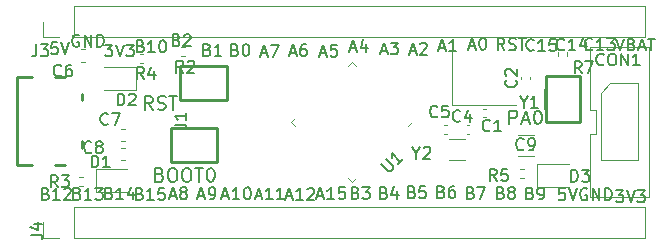
<source format=gbr>
G04 #@! TF.GenerationSoftware,KiCad,Pcbnew,(5.1.8-0-10_14)*
G04 #@! TF.CreationDate,2021-01-18T01:09:24+08:00*
G04 #@! TF.ProjectId,stm32f401_devboard,73746d33-3266-4343-9031-5f646576626f,rev?*
G04 #@! TF.SameCoordinates,Original*
G04 #@! TF.FileFunction,Legend,Top*
G04 #@! TF.FilePolarity,Positive*
%FSLAX46Y46*%
G04 Gerber Fmt 4.6, Leading zero omitted, Abs format (unit mm)*
G04 Created by KiCad (PCBNEW (5.1.8-0-10_14)) date 2021-01-18 01:09:24*
%MOMM*%
%LPD*%
G01*
G04 APERTURE LIST*
%ADD10C,0.150000*%
%ADD11C,0.120000*%
%ADD12C,0.254000*%
%ADD13C,0.152400*%
G04 APERTURE END LIST*
D10*
X149667142Y-53432380D02*
X150000476Y-54432380D01*
X150333809Y-53432380D01*
X151000476Y-53908571D02*
X151143333Y-53956190D01*
X151190952Y-54003809D01*
X151238571Y-54099047D01*
X151238571Y-54241904D01*
X151190952Y-54337142D01*
X151143333Y-54384761D01*
X151048095Y-54432380D01*
X150667142Y-54432380D01*
X150667142Y-53432380D01*
X151000476Y-53432380D01*
X151095714Y-53480000D01*
X151143333Y-53527619D01*
X151190952Y-53622857D01*
X151190952Y-53718095D01*
X151143333Y-53813333D01*
X151095714Y-53860952D01*
X151000476Y-53908571D01*
X150667142Y-53908571D01*
X151619523Y-54146666D02*
X152095714Y-54146666D01*
X151524285Y-54432380D02*
X151857619Y-53432380D01*
X152190952Y-54432380D01*
X152381428Y-53432380D02*
X152952857Y-53432380D01*
X152667142Y-54432380D02*
X152667142Y-53432380D01*
X147657142Y-54317142D02*
X147609523Y-54364761D01*
X147466666Y-54412380D01*
X147371428Y-54412380D01*
X147228571Y-54364761D01*
X147133333Y-54269523D01*
X147085714Y-54174285D01*
X147038095Y-53983809D01*
X147038095Y-53840952D01*
X147085714Y-53650476D01*
X147133333Y-53555238D01*
X147228571Y-53460000D01*
X147371428Y-53412380D01*
X147466666Y-53412380D01*
X147609523Y-53460000D01*
X147657142Y-53507619D01*
X148609523Y-54412380D02*
X148038095Y-54412380D01*
X148323809Y-54412380D02*
X148323809Y-53412380D01*
X148228571Y-53555238D01*
X148133333Y-53650476D01*
X148038095Y-53698095D01*
X148942857Y-53412380D02*
X149561904Y-53412380D01*
X149228571Y-53793333D01*
X149371428Y-53793333D01*
X149466666Y-53840952D01*
X149514285Y-53888571D01*
X149561904Y-53983809D01*
X149561904Y-54221904D01*
X149514285Y-54317142D01*
X149466666Y-54364761D01*
X149371428Y-54412380D01*
X149085714Y-54412380D01*
X148990476Y-54364761D01*
X148942857Y-54317142D01*
X145287142Y-54337142D02*
X145239523Y-54384761D01*
X145096666Y-54432380D01*
X145001428Y-54432380D01*
X144858571Y-54384761D01*
X144763333Y-54289523D01*
X144715714Y-54194285D01*
X144668095Y-54003809D01*
X144668095Y-53860952D01*
X144715714Y-53670476D01*
X144763333Y-53575238D01*
X144858571Y-53480000D01*
X145001428Y-53432380D01*
X145096666Y-53432380D01*
X145239523Y-53480000D01*
X145287142Y-53527619D01*
X146239523Y-54432380D02*
X145668095Y-54432380D01*
X145953809Y-54432380D02*
X145953809Y-53432380D01*
X145858571Y-53575238D01*
X145763333Y-53670476D01*
X145668095Y-53718095D01*
X147096666Y-53765714D02*
X147096666Y-54432380D01*
X146858571Y-53384761D02*
X146620476Y-54099047D01*
X147239523Y-54099047D01*
X142707142Y-54397142D02*
X142659523Y-54444761D01*
X142516666Y-54492380D01*
X142421428Y-54492380D01*
X142278571Y-54444761D01*
X142183333Y-54349523D01*
X142135714Y-54254285D01*
X142088095Y-54063809D01*
X142088095Y-53920952D01*
X142135714Y-53730476D01*
X142183333Y-53635238D01*
X142278571Y-53540000D01*
X142421428Y-53492380D01*
X142516666Y-53492380D01*
X142659523Y-53540000D01*
X142707142Y-53587619D01*
X143659523Y-54492380D02*
X143088095Y-54492380D01*
X143373809Y-54492380D02*
X143373809Y-53492380D01*
X143278571Y-53635238D01*
X143183333Y-53730476D01*
X143088095Y-53778095D01*
X144564285Y-53492380D02*
X144088095Y-53492380D01*
X144040476Y-53968571D01*
X144088095Y-53920952D01*
X144183333Y-53873333D01*
X144421428Y-53873333D01*
X144516666Y-53920952D01*
X144564285Y-53968571D01*
X144611904Y-54063809D01*
X144611904Y-54301904D01*
X144564285Y-54397142D01*
X144516666Y-54444761D01*
X144421428Y-54492380D01*
X144183333Y-54492380D01*
X144088095Y-54444761D01*
X144040476Y-54397142D01*
X140232380Y-54412380D02*
X139899047Y-53936190D01*
X139660952Y-54412380D02*
X139660952Y-53412380D01*
X140041904Y-53412380D01*
X140137142Y-53460000D01*
X140184761Y-53507619D01*
X140232380Y-53602857D01*
X140232380Y-53745714D01*
X140184761Y-53840952D01*
X140137142Y-53888571D01*
X140041904Y-53936190D01*
X139660952Y-53936190D01*
X140613333Y-54364761D02*
X140756190Y-54412380D01*
X140994285Y-54412380D01*
X141089523Y-54364761D01*
X141137142Y-54317142D01*
X141184761Y-54221904D01*
X141184761Y-54126666D01*
X141137142Y-54031428D01*
X141089523Y-53983809D01*
X140994285Y-53936190D01*
X140803809Y-53888571D01*
X140708571Y-53840952D01*
X140660952Y-53793333D01*
X140613333Y-53698095D01*
X140613333Y-53602857D01*
X140660952Y-53507619D01*
X140708571Y-53460000D01*
X140803809Y-53412380D01*
X141041904Y-53412380D01*
X141184761Y-53460000D01*
X141470476Y-53412380D02*
X142041904Y-53412380D01*
X141756190Y-54412380D02*
X141756190Y-53412380D01*
X137255714Y-54086666D02*
X137731904Y-54086666D01*
X137160476Y-54372380D02*
X137493809Y-53372380D01*
X137827142Y-54372380D01*
X138350952Y-53372380D02*
X138446190Y-53372380D01*
X138541428Y-53420000D01*
X138589047Y-53467619D01*
X138636666Y-53562857D01*
X138684285Y-53753333D01*
X138684285Y-53991428D01*
X138636666Y-54181904D01*
X138589047Y-54277142D01*
X138541428Y-54324761D01*
X138446190Y-54372380D01*
X138350952Y-54372380D01*
X138255714Y-54324761D01*
X138208095Y-54277142D01*
X138160476Y-54181904D01*
X138112857Y-53991428D01*
X138112857Y-53753333D01*
X138160476Y-53562857D01*
X138208095Y-53467619D01*
X138255714Y-53420000D01*
X138350952Y-53372380D01*
X134715714Y-54226666D02*
X135191904Y-54226666D01*
X134620476Y-54512380D02*
X134953809Y-53512380D01*
X135287142Y-54512380D01*
X136144285Y-54512380D02*
X135572857Y-54512380D01*
X135858571Y-54512380D02*
X135858571Y-53512380D01*
X135763333Y-53655238D01*
X135668095Y-53750476D01*
X135572857Y-53798095D01*
X132245714Y-54516666D02*
X132721904Y-54516666D01*
X132150476Y-54802380D02*
X132483809Y-53802380D01*
X132817142Y-54802380D01*
X133102857Y-53897619D02*
X133150476Y-53850000D01*
X133245714Y-53802380D01*
X133483809Y-53802380D01*
X133579047Y-53850000D01*
X133626666Y-53897619D01*
X133674285Y-53992857D01*
X133674285Y-54088095D01*
X133626666Y-54230952D01*
X133055238Y-54802380D01*
X133674285Y-54802380D01*
X129785714Y-54486666D02*
X130261904Y-54486666D01*
X129690476Y-54772380D02*
X130023809Y-53772380D01*
X130357142Y-54772380D01*
X130595238Y-53772380D02*
X131214285Y-53772380D01*
X130880952Y-54153333D01*
X131023809Y-54153333D01*
X131119047Y-54200952D01*
X131166666Y-54248571D01*
X131214285Y-54343809D01*
X131214285Y-54581904D01*
X131166666Y-54677142D01*
X131119047Y-54724761D01*
X131023809Y-54772380D01*
X130738095Y-54772380D01*
X130642857Y-54724761D01*
X130595238Y-54677142D01*
X127195714Y-54256666D02*
X127671904Y-54256666D01*
X127100476Y-54542380D02*
X127433809Y-53542380D01*
X127767142Y-54542380D01*
X128529047Y-53875714D02*
X128529047Y-54542380D01*
X128290952Y-53494761D02*
X128052857Y-54209047D01*
X128671904Y-54209047D01*
X124645714Y-54676666D02*
X125121904Y-54676666D01*
X124550476Y-54962380D02*
X124883809Y-53962380D01*
X125217142Y-54962380D01*
X126026666Y-53962380D02*
X125550476Y-53962380D01*
X125502857Y-54438571D01*
X125550476Y-54390952D01*
X125645714Y-54343333D01*
X125883809Y-54343333D01*
X125979047Y-54390952D01*
X126026666Y-54438571D01*
X126074285Y-54533809D01*
X126074285Y-54771904D01*
X126026666Y-54867142D01*
X125979047Y-54914761D01*
X125883809Y-54962380D01*
X125645714Y-54962380D01*
X125550476Y-54914761D01*
X125502857Y-54867142D01*
X122065714Y-54626666D02*
X122541904Y-54626666D01*
X121970476Y-54912380D02*
X122303809Y-53912380D01*
X122637142Y-54912380D01*
X123399047Y-53912380D02*
X123208571Y-53912380D01*
X123113333Y-53960000D01*
X123065714Y-54007619D01*
X122970476Y-54150476D01*
X122922857Y-54340952D01*
X122922857Y-54721904D01*
X122970476Y-54817142D01*
X123018095Y-54864761D01*
X123113333Y-54912380D01*
X123303809Y-54912380D01*
X123399047Y-54864761D01*
X123446666Y-54817142D01*
X123494285Y-54721904D01*
X123494285Y-54483809D01*
X123446666Y-54388571D01*
X123399047Y-54340952D01*
X123303809Y-54293333D01*
X123113333Y-54293333D01*
X123018095Y-54340952D01*
X122970476Y-54388571D01*
X122922857Y-54483809D01*
X119625714Y-54676666D02*
X120101904Y-54676666D01*
X119530476Y-54962380D02*
X119863809Y-53962380D01*
X120197142Y-54962380D01*
X120435238Y-53962380D02*
X121101904Y-53962380D01*
X120673333Y-54962380D01*
X117435238Y-54388571D02*
X117578095Y-54436190D01*
X117625714Y-54483809D01*
X117673333Y-54579047D01*
X117673333Y-54721904D01*
X117625714Y-54817142D01*
X117578095Y-54864761D01*
X117482857Y-54912380D01*
X117101904Y-54912380D01*
X117101904Y-53912380D01*
X117435238Y-53912380D01*
X117530476Y-53960000D01*
X117578095Y-54007619D01*
X117625714Y-54102857D01*
X117625714Y-54198095D01*
X117578095Y-54293333D01*
X117530476Y-54340952D01*
X117435238Y-54388571D01*
X117101904Y-54388571D01*
X118292380Y-53912380D02*
X118387619Y-53912380D01*
X118482857Y-53960000D01*
X118530476Y-54007619D01*
X118578095Y-54102857D01*
X118625714Y-54293333D01*
X118625714Y-54531428D01*
X118578095Y-54721904D01*
X118530476Y-54817142D01*
X118482857Y-54864761D01*
X118387619Y-54912380D01*
X118292380Y-54912380D01*
X118197142Y-54864761D01*
X118149523Y-54817142D01*
X118101904Y-54721904D01*
X118054285Y-54531428D01*
X118054285Y-54293333D01*
X118101904Y-54102857D01*
X118149523Y-54007619D01*
X118197142Y-53960000D01*
X118292380Y-53912380D01*
X115075238Y-54368571D02*
X115218095Y-54416190D01*
X115265714Y-54463809D01*
X115313333Y-54559047D01*
X115313333Y-54701904D01*
X115265714Y-54797142D01*
X115218095Y-54844761D01*
X115122857Y-54892380D01*
X114741904Y-54892380D01*
X114741904Y-53892380D01*
X115075238Y-53892380D01*
X115170476Y-53940000D01*
X115218095Y-53987619D01*
X115265714Y-54082857D01*
X115265714Y-54178095D01*
X115218095Y-54273333D01*
X115170476Y-54320952D01*
X115075238Y-54368571D01*
X114741904Y-54368571D01*
X116265714Y-54892380D02*
X115694285Y-54892380D01*
X115980000Y-54892380D02*
X115980000Y-53892380D01*
X115884761Y-54035238D01*
X115789523Y-54130476D01*
X115694285Y-54178095D01*
X112475238Y-53558571D02*
X112618095Y-53606190D01*
X112665714Y-53653809D01*
X112713333Y-53749047D01*
X112713333Y-53891904D01*
X112665714Y-53987142D01*
X112618095Y-54034761D01*
X112522857Y-54082380D01*
X112141904Y-54082380D01*
X112141904Y-53082380D01*
X112475238Y-53082380D01*
X112570476Y-53130000D01*
X112618095Y-53177619D01*
X112665714Y-53272857D01*
X112665714Y-53368095D01*
X112618095Y-53463333D01*
X112570476Y-53510952D01*
X112475238Y-53558571D01*
X112141904Y-53558571D01*
X113094285Y-53177619D02*
X113141904Y-53130000D01*
X113237142Y-53082380D01*
X113475238Y-53082380D01*
X113570476Y-53130000D01*
X113618095Y-53177619D01*
X113665714Y-53272857D01*
X113665714Y-53368095D01*
X113618095Y-53510952D01*
X113046666Y-54082380D01*
X113665714Y-54082380D01*
X109439047Y-54068571D02*
X109581904Y-54116190D01*
X109629523Y-54163809D01*
X109677142Y-54259047D01*
X109677142Y-54401904D01*
X109629523Y-54497142D01*
X109581904Y-54544761D01*
X109486666Y-54592380D01*
X109105714Y-54592380D01*
X109105714Y-53592380D01*
X109439047Y-53592380D01*
X109534285Y-53640000D01*
X109581904Y-53687619D01*
X109629523Y-53782857D01*
X109629523Y-53878095D01*
X109581904Y-53973333D01*
X109534285Y-54020952D01*
X109439047Y-54068571D01*
X109105714Y-54068571D01*
X110629523Y-54592380D02*
X110058095Y-54592380D01*
X110343809Y-54592380D02*
X110343809Y-53592380D01*
X110248571Y-53735238D01*
X110153333Y-53830476D01*
X110058095Y-53878095D01*
X111248571Y-53592380D02*
X111343809Y-53592380D01*
X111439047Y-53640000D01*
X111486666Y-53687619D01*
X111534285Y-53782857D01*
X111581904Y-53973333D01*
X111581904Y-54211428D01*
X111534285Y-54401904D01*
X111486666Y-54497142D01*
X111439047Y-54544761D01*
X111343809Y-54592380D01*
X111248571Y-54592380D01*
X111153333Y-54544761D01*
X111105714Y-54497142D01*
X111058095Y-54401904D01*
X111010476Y-54211428D01*
X111010476Y-53973333D01*
X111058095Y-53782857D01*
X111105714Y-53687619D01*
X111153333Y-53640000D01*
X111248571Y-53592380D01*
X106411904Y-53952380D02*
X107030952Y-53952380D01*
X106697619Y-54333333D01*
X106840476Y-54333333D01*
X106935714Y-54380952D01*
X106983333Y-54428571D01*
X107030952Y-54523809D01*
X107030952Y-54761904D01*
X106983333Y-54857142D01*
X106935714Y-54904761D01*
X106840476Y-54952380D01*
X106554761Y-54952380D01*
X106459523Y-54904761D01*
X106411904Y-54857142D01*
X107316666Y-53952380D02*
X107650000Y-54952380D01*
X107983333Y-53952380D01*
X108221428Y-53952380D02*
X108840476Y-53952380D01*
X108507142Y-54333333D01*
X108650000Y-54333333D01*
X108745238Y-54380952D01*
X108792857Y-54428571D01*
X108840476Y-54523809D01*
X108840476Y-54761904D01*
X108792857Y-54857142D01*
X108745238Y-54904761D01*
X108650000Y-54952380D01*
X108364285Y-54952380D01*
X108269047Y-54904761D01*
X108221428Y-54857142D01*
X104198095Y-53160000D02*
X104102857Y-53112380D01*
X103960000Y-53112380D01*
X103817142Y-53160000D01*
X103721904Y-53255238D01*
X103674285Y-53350476D01*
X103626666Y-53540952D01*
X103626666Y-53683809D01*
X103674285Y-53874285D01*
X103721904Y-53969523D01*
X103817142Y-54064761D01*
X103960000Y-54112380D01*
X104055238Y-54112380D01*
X104198095Y-54064761D01*
X104245714Y-54017142D01*
X104245714Y-53683809D01*
X104055238Y-53683809D01*
X104674285Y-54112380D02*
X104674285Y-53112380D01*
X105245714Y-54112380D01*
X105245714Y-53112380D01*
X105721904Y-54112380D02*
X105721904Y-53112380D01*
X105960000Y-53112380D01*
X106102857Y-53160000D01*
X106198095Y-53255238D01*
X106245714Y-53350476D01*
X106293333Y-53540952D01*
X106293333Y-53683809D01*
X106245714Y-53874285D01*
X106198095Y-53969523D01*
X106102857Y-54064761D01*
X105960000Y-54112380D01*
X105721904Y-54112380D01*
X102379523Y-53762380D02*
X101903333Y-53762380D01*
X101855714Y-54238571D01*
X101903333Y-54190952D01*
X101998571Y-54143333D01*
X102236666Y-54143333D01*
X102331904Y-54190952D01*
X102379523Y-54238571D01*
X102427142Y-54333809D01*
X102427142Y-54571904D01*
X102379523Y-54667142D01*
X102331904Y-54714761D01*
X102236666Y-54762380D01*
X101998571Y-54762380D01*
X101903333Y-54714761D01*
X101855714Y-54667142D01*
X102712857Y-53762380D02*
X103046190Y-54762380D01*
X103379523Y-53762380D01*
X149681904Y-66282380D02*
X150300952Y-66282380D01*
X149967619Y-66663333D01*
X150110476Y-66663333D01*
X150205714Y-66710952D01*
X150253333Y-66758571D01*
X150300952Y-66853809D01*
X150300952Y-67091904D01*
X150253333Y-67187142D01*
X150205714Y-67234761D01*
X150110476Y-67282380D01*
X149824761Y-67282380D01*
X149729523Y-67234761D01*
X149681904Y-67187142D01*
X150586666Y-66282380D02*
X150920000Y-67282380D01*
X151253333Y-66282380D01*
X151491428Y-66282380D02*
X152110476Y-66282380D01*
X151777142Y-66663333D01*
X151920000Y-66663333D01*
X152015238Y-66710952D01*
X152062857Y-66758571D01*
X152110476Y-66853809D01*
X152110476Y-67091904D01*
X152062857Y-67187142D01*
X152015238Y-67234761D01*
X151920000Y-67282380D01*
X151634285Y-67282380D01*
X151539047Y-67234761D01*
X151491428Y-67187142D01*
X147208095Y-66160000D02*
X147112857Y-66112380D01*
X146970000Y-66112380D01*
X146827142Y-66160000D01*
X146731904Y-66255238D01*
X146684285Y-66350476D01*
X146636666Y-66540952D01*
X146636666Y-66683809D01*
X146684285Y-66874285D01*
X146731904Y-66969523D01*
X146827142Y-67064761D01*
X146970000Y-67112380D01*
X147065238Y-67112380D01*
X147208095Y-67064761D01*
X147255714Y-67017142D01*
X147255714Y-66683809D01*
X147065238Y-66683809D01*
X147684285Y-67112380D02*
X147684285Y-66112380D01*
X148255714Y-67112380D01*
X148255714Y-66112380D01*
X148731904Y-67112380D02*
X148731904Y-66112380D01*
X148970000Y-66112380D01*
X149112857Y-66160000D01*
X149208095Y-66255238D01*
X149255714Y-66350476D01*
X149303333Y-66540952D01*
X149303333Y-66683809D01*
X149255714Y-66874285D01*
X149208095Y-66969523D01*
X149112857Y-67064761D01*
X148970000Y-67112380D01*
X148731904Y-67112380D01*
X145349523Y-66112380D02*
X144873333Y-66112380D01*
X144825714Y-66588571D01*
X144873333Y-66540952D01*
X144968571Y-66493333D01*
X145206666Y-66493333D01*
X145301904Y-66540952D01*
X145349523Y-66588571D01*
X145397142Y-66683809D01*
X145397142Y-66921904D01*
X145349523Y-67017142D01*
X145301904Y-67064761D01*
X145206666Y-67112380D01*
X144968571Y-67112380D01*
X144873333Y-67064761D01*
X144825714Y-67017142D01*
X145682857Y-66112380D02*
X146016190Y-67112380D01*
X146349523Y-66112380D01*
X142405238Y-66528571D02*
X142548095Y-66576190D01*
X142595714Y-66623809D01*
X142643333Y-66719047D01*
X142643333Y-66861904D01*
X142595714Y-66957142D01*
X142548095Y-67004761D01*
X142452857Y-67052380D01*
X142071904Y-67052380D01*
X142071904Y-66052380D01*
X142405238Y-66052380D01*
X142500476Y-66100000D01*
X142548095Y-66147619D01*
X142595714Y-66242857D01*
X142595714Y-66338095D01*
X142548095Y-66433333D01*
X142500476Y-66480952D01*
X142405238Y-66528571D01*
X142071904Y-66528571D01*
X143119523Y-67052380D02*
X143310000Y-67052380D01*
X143405238Y-67004761D01*
X143452857Y-66957142D01*
X143548095Y-66814285D01*
X143595714Y-66623809D01*
X143595714Y-66242857D01*
X143548095Y-66147619D01*
X143500476Y-66100000D01*
X143405238Y-66052380D01*
X143214761Y-66052380D01*
X143119523Y-66100000D01*
X143071904Y-66147619D01*
X143024285Y-66242857D01*
X143024285Y-66480952D01*
X143071904Y-66576190D01*
X143119523Y-66623809D01*
X143214761Y-66671428D01*
X143405238Y-66671428D01*
X143500476Y-66623809D01*
X143548095Y-66576190D01*
X143595714Y-66480952D01*
X139915238Y-66498571D02*
X140058095Y-66546190D01*
X140105714Y-66593809D01*
X140153333Y-66689047D01*
X140153333Y-66831904D01*
X140105714Y-66927142D01*
X140058095Y-66974761D01*
X139962857Y-67022380D01*
X139581904Y-67022380D01*
X139581904Y-66022380D01*
X139915238Y-66022380D01*
X140010476Y-66070000D01*
X140058095Y-66117619D01*
X140105714Y-66212857D01*
X140105714Y-66308095D01*
X140058095Y-66403333D01*
X140010476Y-66450952D01*
X139915238Y-66498571D01*
X139581904Y-66498571D01*
X140724761Y-66450952D02*
X140629523Y-66403333D01*
X140581904Y-66355714D01*
X140534285Y-66260476D01*
X140534285Y-66212857D01*
X140581904Y-66117619D01*
X140629523Y-66070000D01*
X140724761Y-66022380D01*
X140915238Y-66022380D01*
X141010476Y-66070000D01*
X141058095Y-66117619D01*
X141105714Y-66212857D01*
X141105714Y-66260476D01*
X141058095Y-66355714D01*
X141010476Y-66403333D01*
X140915238Y-66450952D01*
X140724761Y-66450952D01*
X140629523Y-66498571D01*
X140581904Y-66546190D01*
X140534285Y-66641428D01*
X140534285Y-66831904D01*
X140581904Y-66927142D01*
X140629523Y-66974761D01*
X140724761Y-67022380D01*
X140915238Y-67022380D01*
X141010476Y-66974761D01*
X141058095Y-66927142D01*
X141105714Y-66831904D01*
X141105714Y-66641428D01*
X141058095Y-66546190D01*
X141010476Y-66498571D01*
X140915238Y-66450952D01*
X137375238Y-66498571D02*
X137518095Y-66546190D01*
X137565714Y-66593809D01*
X137613333Y-66689047D01*
X137613333Y-66831904D01*
X137565714Y-66927142D01*
X137518095Y-66974761D01*
X137422857Y-67022380D01*
X137041904Y-67022380D01*
X137041904Y-66022380D01*
X137375238Y-66022380D01*
X137470476Y-66070000D01*
X137518095Y-66117619D01*
X137565714Y-66212857D01*
X137565714Y-66308095D01*
X137518095Y-66403333D01*
X137470476Y-66450952D01*
X137375238Y-66498571D01*
X137041904Y-66498571D01*
X137946666Y-66022380D02*
X138613333Y-66022380D01*
X138184761Y-67022380D01*
X134885238Y-66388571D02*
X135028095Y-66436190D01*
X135075714Y-66483809D01*
X135123333Y-66579047D01*
X135123333Y-66721904D01*
X135075714Y-66817142D01*
X135028095Y-66864761D01*
X134932857Y-66912380D01*
X134551904Y-66912380D01*
X134551904Y-65912380D01*
X134885238Y-65912380D01*
X134980476Y-65960000D01*
X135028095Y-66007619D01*
X135075714Y-66102857D01*
X135075714Y-66198095D01*
X135028095Y-66293333D01*
X134980476Y-66340952D01*
X134885238Y-66388571D01*
X134551904Y-66388571D01*
X135980476Y-65912380D02*
X135790000Y-65912380D01*
X135694761Y-65960000D01*
X135647142Y-66007619D01*
X135551904Y-66150476D01*
X135504285Y-66340952D01*
X135504285Y-66721904D01*
X135551904Y-66817142D01*
X135599523Y-66864761D01*
X135694761Y-66912380D01*
X135885238Y-66912380D01*
X135980476Y-66864761D01*
X136028095Y-66817142D01*
X136075714Y-66721904D01*
X136075714Y-66483809D01*
X136028095Y-66388571D01*
X135980476Y-66340952D01*
X135885238Y-66293333D01*
X135694761Y-66293333D01*
X135599523Y-66340952D01*
X135551904Y-66388571D01*
X135504285Y-66483809D01*
X132395238Y-66418571D02*
X132538095Y-66466190D01*
X132585714Y-66513809D01*
X132633333Y-66609047D01*
X132633333Y-66751904D01*
X132585714Y-66847142D01*
X132538095Y-66894761D01*
X132442857Y-66942380D01*
X132061904Y-66942380D01*
X132061904Y-65942380D01*
X132395238Y-65942380D01*
X132490476Y-65990000D01*
X132538095Y-66037619D01*
X132585714Y-66132857D01*
X132585714Y-66228095D01*
X132538095Y-66323333D01*
X132490476Y-66370952D01*
X132395238Y-66418571D01*
X132061904Y-66418571D01*
X133538095Y-65942380D02*
X133061904Y-65942380D01*
X133014285Y-66418571D01*
X133061904Y-66370952D01*
X133157142Y-66323333D01*
X133395238Y-66323333D01*
X133490476Y-66370952D01*
X133538095Y-66418571D01*
X133585714Y-66513809D01*
X133585714Y-66751904D01*
X133538095Y-66847142D01*
X133490476Y-66894761D01*
X133395238Y-66942380D01*
X133157142Y-66942380D01*
X133061904Y-66894761D01*
X133014285Y-66847142D01*
X130025238Y-66478571D02*
X130168095Y-66526190D01*
X130215714Y-66573809D01*
X130263333Y-66669047D01*
X130263333Y-66811904D01*
X130215714Y-66907142D01*
X130168095Y-66954761D01*
X130072857Y-67002380D01*
X129691904Y-67002380D01*
X129691904Y-66002380D01*
X130025238Y-66002380D01*
X130120476Y-66050000D01*
X130168095Y-66097619D01*
X130215714Y-66192857D01*
X130215714Y-66288095D01*
X130168095Y-66383333D01*
X130120476Y-66430952D01*
X130025238Y-66478571D01*
X129691904Y-66478571D01*
X131120476Y-66335714D02*
X131120476Y-67002380D01*
X130882380Y-65954761D02*
X130644285Y-66669047D01*
X131263333Y-66669047D01*
X127615238Y-66478571D02*
X127758095Y-66526190D01*
X127805714Y-66573809D01*
X127853333Y-66669047D01*
X127853333Y-66811904D01*
X127805714Y-66907142D01*
X127758095Y-66954761D01*
X127662857Y-67002380D01*
X127281904Y-67002380D01*
X127281904Y-66002380D01*
X127615238Y-66002380D01*
X127710476Y-66050000D01*
X127758095Y-66097619D01*
X127805714Y-66192857D01*
X127805714Y-66288095D01*
X127758095Y-66383333D01*
X127710476Y-66430952D01*
X127615238Y-66478571D01*
X127281904Y-66478571D01*
X128186666Y-66002380D02*
X128805714Y-66002380D01*
X128472380Y-66383333D01*
X128615238Y-66383333D01*
X128710476Y-66430952D01*
X128758095Y-66478571D01*
X128805714Y-66573809D01*
X128805714Y-66811904D01*
X128758095Y-66907142D01*
X128710476Y-66954761D01*
X128615238Y-67002380D01*
X128329523Y-67002380D01*
X128234285Y-66954761D01*
X128186666Y-66907142D01*
X124369523Y-66736666D02*
X124845714Y-66736666D01*
X124274285Y-67022380D02*
X124607619Y-66022380D01*
X124940952Y-67022380D01*
X125798095Y-67022380D02*
X125226666Y-67022380D01*
X125512380Y-67022380D02*
X125512380Y-66022380D01*
X125417142Y-66165238D01*
X125321904Y-66260476D01*
X125226666Y-66308095D01*
X126702857Y-66022380D02*
X126226666Y-66022380D01*
X126179047Y-66498571D01*
X126226666Y-66450952D01*
X126321904Y-66403333D01*
X126560000Y-66403333D01*
X126655238Y-66450952D01*
X126702857Y-66498571D01*
X126750476Y-66593809D01*
X126750476Y-66831904D01*
X126702857Y-66927142D01*
X126655238Y-66974761D01*
X126560000Y-67022380D01*
X126321904Y-67022380D01*
X126226666Y-66974761D01*
X126179047Y-66927142D01*
X121739523Y-66796666D02*
X122215714Y-66796666D01*
X121644285Y-67082380D02*
X121977619Y-66082380D01*
X122310952Y-67082380D01*
X123168095Y-67082380D02*
X122596666Y-67082380D01*
X122882380Y-67082380D02*
X122882380Y-66082380D01*
X122787142Y-66225238D01*
X122691904Y-66320476D01*
X122596666Y-66368095D01*
X123549047Y-66177619D02*
X123596666Y-66130000D01*
X123691904Y-66082380D01*
X123930000Y-66082380D01*
X124025238Y-66130000D01*
X124072857Y-66177619D01*
X124120476Y-66272857D01*
X124120476Y-66368095D01*
X124072857Y-66510952D01*
X123501428Y-67082380D01*
X124120476Y-67082380D01*
X119169523Y-66766666D02*
X119645714Y-66766666D01*
X119074285Y-67052380D02*
X119407619Y-66052380D01*
X119740952Y-67052380D01*
X120598095Y-67052380D02*
X120026666Y-67052380D01*
X120312380Y-67052380D02*
X120312380Y-66052380D01*
X120217142Y-66195238D01*
X120121904Y-66290476D01*
X120026666Y-66338095D01*
X121550476Y-67052380D02*
X120979047Y-67052380D01*
X121264761Y-67052380D02*
X121264761Y-66052380D01*
X121169523Y-66195238D01*
X121074285Y-66290476D01*
X120979047Y-66338095D01*
X116359523Y-66746666D02*
X116835714Y-66746666D01*
X116264285Y-67032380D02*
X116597619Y-66032380D01*
X116930952Y-67032380D01*
X117788095Y-67032380D02*
X117216666Y-67032380D01*
X117502380Y-67032380D02*
X117502380Y-66032380D01*
X117407142Y-66175238D01*
X117311904Y-66270476D01*
X117216666Y-66318095D01*
X118407142Y-66032380D02*
X118502380Y-66032380D01*
X118597619Y-66080000D01*
X118645238Y-66127619D01*
X118692857Y-66222857D01*
X118740476Y-66413333D01*
X118740476Y-66651428D01*
X118692857Y-66841904D01*
X118645238Y-66937142D01*
X118597619Y-66984761D01*
X118502380Y-67032380D01*
X118407142Y-67032380D01*
X118311904Y-66984761D01*
X118264285Y-66937142D01*
X118216666Y-66841904D01*
X118169047Y-66651428D01*
X118169047Y-66413333D01*
X118216666Y-66222857D01*
X118264285Y-66127619D01*
X118311904Y-66080000D01*
X118407142Y-66032380D01*
X114325714Y-66746666D02*
X114801904Y-66746666D01*
X114230476Y-67032380D02*
X114563809Y-66032380D01*
X114897142Y-67032380D01*
X115278095Y-67032380D02*
X115468571Y-67032380D01*
X115563809Y-66984761D01*
X115611428Y-66937142D01*
X115706666Y-66794285D01*
X115754285Y-66603809D01*
X115754285Y-66222857D01*
X115706666Y-66127619D01*
X115659047Y-66080000D01*
X115563809Y-66032380D01*
X115373333Y-66032380D01*
X115278095Y-66080000D01*
X115230476Y-66127619D01*
X115182857Y-66222857D01*
X115182857Y-66460952D01*
X115230476Y-66556190D01*
X115278095Y-66603809D01*
X115373333Y-66651428D01*
X115563809Y-66651428D01*
X115659047Y-66603809D01*
X115706666Y-66556190D01*
X115754285Y-66460952D01*
X111905714Y-66746666D02*
X112381904Y-66746666D01*
X111810476Y-67032380D02*
X112143809Y-66032380D01*
X112477142Y-67032380D01*
X112953333Y-66460952D02*
X112858095Y-66413333D01*
X112810476Y-66365714D01*
X112762857Y-66270476D01*
X112762857Y-66222857D01*
X112810476Y-66127619D01*
X112858095Y-66080000D01*
X112953333Y-66032380D01*
X113143809Y-66032380D01*
X113239047Y-66080000D01*
X113286666Y-66127619D01*
X113334285Y-66222857D01*
X113334285Y-66270476D01*
X113286666Y-66365714D01*
X113239047Y-66413333D01*
X113143809Y-66460952D01*
X112953333Y-66460952D01*
X112858095Y-66508571D01*
X112810476Y-66556190D01*
X112762857Y-66651428D01*
X112762857Y-66841904D01*
X112810476Y-66937142D01*
X112858095Y-66984761D01*
X112953333Y-67032380D01*
X113143809Y-67032380D01*
X113239047Y-66984761D01*
X113286666Y-66937142D01*
X113334285Y-66841904D01*
X113334285Y-66651428D01*
X113286666Y-66556190D01*
X113239047Y-66508571D01*
X113143809Y-66460952D01*
X109349047Y-66568571D02*
X109491904Y-66616190D01*
X109539523Y-66663809D01*
X109587142Y-66759047D01*
X109587142Y-66901904D01*
X109539523Y-66997142D01*
X109491904Y-67044761D01*
X109396666Y-67092380D01*
X109015714Y-67092380D01*
X109015714Y-66092380D01*
X109349047Y-66092380D01*
X109444285Y-66140000D01*
X109491904Y-66187619D01*
X109539523Y-66282857D01*
X109539523Y-66378095D01*
X109491904Y-66473333D01*
X109444285Y-66520952D01*
X109349047Y-66568571D01*
X109015714Y-66568571D01*
X110539523Y-67092380D02*
X109968095Y-67092380D01*
X110253809Y-67092380D02*
X110253809Y-66092380D01*
X110158571Y-66235238D01*
X110063333Y-66330476D01*
X109968095Y-66378095D01*
X111444285Y-66092380D02*
X110968095Y-66092380D01*
X110920476Y-66568571D01*
X110968095Y-66520952D01*
X111063333Y-66473333D01*
X111301428Y-66473333D01*
X111396666Y-66520952D01*
X111444285Y-66568571D01*
X111491904Y-66663809D01*
X111491904Y-66901904D01*
X111444285Y-66997142D01*
X111396666Y-67044761D01*
X111301428Y-67092380D01*
X111063333Y-67092380D01*
X110968095Y-67044761D01*
X110920476Y-66997142D01*
X106759047Y-66528571D02*
X106901904Y-66576190D01*
X106949523Y-66623809D01*
X106997142Y-66719047D01*
X106997142Y-66861904D01*
X106949523Y-66957142D01*
X106901904Y-67004761D01*
X106806666Y-67052380D01*
X106425714Y-67052380D01*
X106425714Y-66052380D01*
X106759047Y-66052380D01*
X106854285Y-66100000D01*
X106901904Y-66147619D01*
X106949523Y-66242857D01*
X106949523Y-66338095D01*
X106901904Y-66433333D01*
X106854285Y-66480952D01*
X106759047Y-66528571D01*
X106425714Y-66528571D01*
X107949523Y-67052380D02*
X107378095Y-67052380D01*
X107663809Y-67052380D02*
X107663809Y-66052380D01*
X107568571Y-66195238D01*
X107473333Y-66290476D01*
X107378095Y-66338095D01*
X108806666Y-66385714D02*
X108806666Y-67052380D01*
X108568571Y-66004761D02*
X108330476Y-66719047D01*
X108949523Y-66719047D01*
X104069047Y-66548571D02*
X104211904Y-66596190D01*
X104259523Y-66643809D01*
X104307142Y-66739047D01*
X104307142Y-66881904D01*
X104259523Y-66977142D01*
X104211904Y-67024761D01*
X104116666Y-67072380D01*
X103735714Y-67072380D01*
X103735714Y-66072380D01*
X104069047Y-66072380D01*
X104164285Y-66120000D01*
X104211904Y-66167619D01*
X104259523Y-66262857D01*
X104259523Y-66358095D01*
X104211904Y-66453333D01*
X104164285Y-66500952D01*
X104069047Y-66548571D01*
X103735714Y-66548571D01*
X105259523Y-67072380D02*
X104688095Y-67072380D01*
X104973809Y-67072380D02*
X104973809Y-66072380D01*
X104878571Y-66215238D01*
X104783333Y-66310476D01*
X104688095Y-66358095D01*
X105592857Y-66072380D02*
X106211904Y-66072380D01*
X105878571Y-66453333D01*
X106021428Y-66453333D01*
X106116666Y-66500952D01*
X106164285Y-66548571D01*
X106211904Y-66643809D01*
X106211904Y-66881904D01*
X106164285Y-66977142D01*
X106116666Y-67024761D01*
X106021428Y-67072380D01*
X105735714Y-67072380D01*
X105640476Y-67024761D01*
X105592857Y-66977142D01*
X101389047Y-66568571D02*
X101531904Y-66616190D01*
X101579523Y-66663809D01*
X101627142Y-66759047D01*
X101627142Y-66901904D01*
X101579523Y-66997142D01*
X101531904Y-67044761D01*
X101436666Y-67092380D01*
X101055714Y-67092380D01*
X101055714Y-66092380D01*
X101389047Y-66092380D01*
X101484285Y-66140000D01*
X101531904Y-66187619D01*
X101579523Y-66282857D01*
X101579523Y-66378095D01*
X101531904Y-66473333D01*
X101484285Y-66520952D01*
X101389047Y-66568571D01*
X101055714Y-66568571D01*
X102579523Y-67092380D02*
X102008095Y-67092380D01*
X102293809Y-67092380D02*
X102293809Y-66092380D01*
X102198571Y-66235238D01*
X102103333Y-66330476D01*
X102008095Y-66378095D01*
X102960476Y-66187619D02*
X103008095Y-66140000D01*
X103103333Y-66092380D01*
X103341428Y-66092380D01*
X103436666Y-66140000D01*
X103484285Y-66187619D01*
X103531904Y-66282857D01*
X103531904Y-66378095D01*
X103484285Y-66520952D01*
X102912857Y-67092380D01*
X103531904Y-67092380D01*
D11*
X141348748Y-61590000D02*
X142771252Y-61590000D01*
X141348748Y-63410000D02*
X142771252Y-63410000D01*
X145680000Y-64080000D02*
X142995000Y-64080000D01*
X142995000Y-64080000D02*
X142995000Y-66000000D01*
X142995000Y-66000000D02*
X145680000Y-66000000D01*
X106330000Y-57790000D02*
X109015000Y-57790000D01*
X109015000Y-57790000D02*
X109015000Y-55870000D01*
X109015000Y-55870000D02*
X106330000Y-55870000D01*
X108307500Y-64520000D02*
X105622500Y-64520000D01*
X105622500Y-64520000D02*
X105622500Y-66440000D01*
X105622500Y-66440000D02*
X108307500Y-66440000D01*
D12*
X114805726Y-60990008D02*
X113105704Y-60990008D01*
X115899958Y-61000168D02*
X115899958Y-63900086D01*
X112000042Y-61000168D02*
X115899958Y-61000168D01*
X112000042Y-63900086D02*
X112000042Y-61000168D01*
X115899958Y-63900086D02*
X112000042Y-63900086D01*
X143700008Y-57734274D02*
X143700008Y-59434296D01*
X143710168Y-56640042D02*
X146610086Y-56640042D01*
X143710168Y-60539958D02*
X143710168Y-56640042D01*
X146610086Y-60539958D02*
X143710168Y-60539958D01*
X146610086Y-56640042D02*
X146610086Y-60539958D01*
D11*
X145550000Y-54586359D02*
X145550000Y-54893641D01*
X144790000Y-54586359D02*
X144790000Y-54893641D01*
X141853641Y-65250000D02*
X141546359Y-65250000D01*
X141853641Y-64490000D02*
X141546359Y-64490000D01*
X109331359Y-54720000D02*
X109638641Y-54720000D01*
X109331359Y-55480000D02*
X109638641Y-55480000D01*
X104523641Y-65930000D02*
X104216359Y-65930000D01*
X104523641Y-65170000D02*
X104216359Y-65170000D01*
X113183641Y-54930000D02*
X112876359Y-54930000D01*
X113183641Y-54170000D02*
X112876359Y-54170000D01*
X135327836Y-61480000D02*
X135112164Y-61480000D01*
X135327836Y-60760000D02*
X135112164Y-60760000D01*
X137042164Y-60760000D02*
X137257836Y-60760000D01*
X137042164Y-61480000D02*
X137257836Y-61480000D01*
X141650000Y-56897836D02*
X141650000Y-56682164D01*
X142370000Y-56897836D02*
X142370000Y-56682164D01*
X138637836Y-60080000D02*
X138422164Y-60080000D01*
X138637836Y-59360000D02*
X138422164Y-59360000D01*
X152090000Y-70330000D02*
X152090000Y-67670000D01*
X103770000Y-70330000D02*
X152090000Y-70330000D01*
X103770000Y-67670000D02*
X152090000Y-67670000D01*
X103770000Y-70330000D02*
X103770000Y-67670000D01*
X102500000Y-70330000D02*
X101170000Y-70330000D01*
X101170000Y-70330000D02*
X101170000Y-69000000D01*
X152090000Y-53330000D02*
X152090000Y-50670000D01*
X103770000Y-53330000D02*
X152090000Y-53330000D01*
X103770000Y-50670000D02*
X152090000Y-50670000D01*
X103770000Y-53330000D02*
X103770000Y-50670000D01*
X102500000Y-53330000D02*
X101170000Y-53330000D01*
X101170000Y-53330000D02*
X101170000Y-52000000D01*
D12*
X113894274Y-58659992D02*
X115594296Y-58659992D01*
X112800042Y-58649832D02*
X112800042Y-55749914D01*
X116699958Y-58649832D02*
X112800042Y-58649832D01*
X116699958Y-55749914D02*
X116699958Y-58649832D01*
X112800042Y-55749914D02*
X116699958Y-55749914D01*
X102170677Y-56714968D02*
X102999225Y-56714968D01*
X98999995Y-56714968D02*
X100208273Y-56714968D01*
X104430007Y-58672444D02*
X104430007Y-58131145D01*
X104449565Y-62668855D02*
X104449565Y-62135684D01*
X102170677Y-64115004D02*
X102999225Y-64115004D01*
X98999995Y-64115004D02*
X100208273Y-64115004D01*
X98999995Y-64115004D02*
X98999995Y-56714968D01*
D11*
X135535000Y-63715000D02*
X136885000Y-63715000D01*
X135535000Y-61965000D02*
X136885000Y-61965000D01*
X135810000Y-54520000D02*
X135810000Y-59020000D01*
X135810000Y-59020000D02*
X141210000Y-59020000D01*
X148420000Y-58050000D02*
X149190000Y-57220000D01*
X148420000Y-58060000D02*
X148380000Y-63725000D01*
X150907530Y-63725000D02*
X151550000Y-63725000D01*
X148380000Y-63725000D02*
X150930000Y-63720000D01*
X151550000Y-58585000D02*
X151550000Y-63725000D01*
X151550000Y-57990000D02*
X151550000Y-58585000D01*
X151550000Y-57190000D02*
X151550000Y-57950000D01*
X149220000Y-57190000D02*
X151550000Y-57190000D01*
X147500000Y-54175000D02*
X152500000Y-54175000D01*
X152500000Y-54175000D02*
X152500000Y-66825000D01*
X152500000Y-66825000D02*
X147500000Y-66825000D01*
X147500000Y-66825000D02*
X147500000Y-61500000D01*
X147500000Y-61500000D02*
X148000000Y-61500000D01*
X148000000Y-61500000D02*
X148000000Y-59500000D01*
X148000000Y-59500000D02*
X147500000Y-59500000D01*
X147500000Y-59500000D02*
X147500000Y-54175000D01*
X127635876Y-65269435D02*
X127300000Y-65605311D01*
X127300000Y-65605311D02*
X126964124Y-65269435D01*
X126964124Y-55730565D02*
X127300000Y-55394689D01*
X127300000Y-55394689D02*
X127635876Y-55730565D01*
X122530565Y-60164124D02*
X122194689Y-60500000D01*
X122194689Y-60500000D02*
X122530565Y-60835876D01*
X132069435Y-60835876D02*
X132405311Y-60500000D01*
X107758733Y-63700000D02*
X108101267Y-63700000D01*
X107758733Y-62680000D02*
X108101267Y-62680000D01*
X107758733Y-62130000D02*
X108101267Y-62130000D01*
X107758733Y-61110000D02*
X108101267Y-61110000D01*
X104378733Y-55380000D02*
X104721267Y-55380000D01*
X104378733Y-54360000D02*
X104721267Y-54360000D01*
D10*
X141843333Y-62787142D02*
X141795714Y-62834761D01*
X141652857Y-62882380D01*
X141557619Y-62882380D01*
X141414761Y-62834761D01*
X141319523Y-62739523D01*
X141271904Y-62644285D01*
X141224285Y-62453809D01*
X141224285Y-62310952D01*
X141271904Y-62120476D01*
X141319523Y-62025238D01*
X141414761Y-61930000D01*
X141557619Y-61882380D01*
X141652857Y-61882380D01*
X141795714Y-61930000D01*
X141843333Y-61977619D01*
X142319523Y-62882380D02*
X142510000Y-62882380D01*
X142605238Y-62834761D01*
X142652857Y-62787142D01*
X142748095Y-62644285D01*
X142795714Y-62453809D01*
X142795714Y-62072857D01*
X142748095Y-61977619D01*
X142700476Y-61930000D01*
X142605238Y-61882380D01*
X142414761Y-61882380D01*
X142319523Y-61930000D01*
X142271904Y-61977619D01*
X142224285Y-62072857D01*
X142224285Y-62310952D01*
X142271904Y-62406190D01*
X142319523Y-62453809D01*
X142414761Y-62501428D01*
X142605238Y-62501428D01*
X142700476Y-62453809D01*
X142748095Y-62406190D01*
X142795714Y-62310952D01*
X145881904Y-65552380D02*
X145881904Y-64552380D01*
X146120000Y-64552380D01*
X146262857Y-64600000D01*
X146358095Y-64695238D01*
X146405714Y-64790476D01*
X146453333Y-64980952D01*
X146453333Y-65123809D01*
X146405714Y-65314285D01*
X146358095Y-65409523D01*
X146262857Y-65504761D01*
X146120000Y-65552380D01*
X145881904Y-65552380D01*
X146786666Y-64552380D02*
X147405714Y-64552380D01*
X147072380Y-64933333D01*
X147215238Y-64933333D01*
X147310476Y-64980952D01*
X147358095Y-65028571D01*
X147405714Y-65123809D01*
X147405714Y-65361904D01*
X147358095Y-65457142D01*
X147310476Y-65504761D01*
X147215238Y-65552380D01*
X146929523Y-65552380D01*
X146834285Y-65504761D01*
X146786666Y-65457142D01*
X107471904Y-59092380D02*
X107471904Y-58092380D01*
X107710000Y-58092380D01*
X107852857Y-58140000D01*
X107948095Y-58235238D01*
X107995714Y-58330476D01*
X108043333Y-58520952D01*
X108043333Y-58663809D01*
X107995714Y-58854285D01*
X107948095Y-58949523D01*
X107852857Y-59044761D01*
X107710000Y-59092380D01*
X107471904Y-59092380D01*
X108424285Y-58187619D02*
X108471904Y-58140000D01*
X108567142Y-58092380D01*
X108805238Y-58092380D01*
X108900476Y-58140000D01*
X108948095Y-58187619D01*
X108995714Y-58282857D01*
X108995714Y-58378095D01*
X108948095Y-58520952D01*
X108376666Y-59092380D01*
X108995714Y-59092380D01*
X105271904Y-64342380D02*
X105271904Y-63342380D01*
X105510000Y-63342380D01*
X105652857Y-63390000D01*
X105748095Y-63485238D01*
X105795714Y-63580476D01*
X105843333Y-63770952D01*
X105843333Y-63913809D01*
X105795714Y-64104285D01*
X105748095Y-64199523D01*
X105652857Y-64294761D01*
X105510000Y-64342380D01*
X105271904Y-64342380D01*
X106795714Y-64342380D02*
X106224285Y-64342380D01*
X106510000Y-64342380D02*
X106510000Y-63342380D01*
X106414761Y-63485238D01*
X106319523Y-63580476D01*
X106224285Y-63628095D01*
D13*
X111056797Y-64938357D02*
X111220082Y-64992785D01*
X111274511Y-65047214D01*
X111328940Y-65156071D01*
X111328940Y-65319357D01*
X111274511Y-65428214D01*
X111220082Y-65482642D01*
X111111225Y-65537071D01*
X110675797Y-65537071D01*
X110675797Y-64394071D01*
X111056797Y-64394071D01*
X111165654Y-64448500D01*
X111220082Y-64502928D01*
X111274511Y-64611785D01*
X111274511Y-64720642D01*
X111220082Y-64829500D01*
X111165654Y-64883928D01*
X111056797Y-64938357D01*
X110675797Y-64938357D01*
X112036511Y-64394071D02*
X112254225Y-64394071D01*
X112363082Y-64448500D01*
X112471940Y-64557357D01*
X112526368Y-64775071D01*
X112526368Y-65156071D01*
X112471940Y-65373785D01*
X112363082Y-65482642D01*
X112254225Y-65537071D01*
X112036511Y-65537071D01*
X111927654Y-65482642D01*
X111818797Y-65373785D01*
X111764368Y-65156071D01*
X111764368Y-64775071D01*
X111818797Y-64557357D01*
X111927654Y-64448500D01*
X112036511Y-64394071D01*
X113233940Y-64394071D02*
X113451654Y-64394071D01*
X113560511Y-64448500D01*
X113669368Y-64557357D01*
X113723797Y-64775071D01*
X113723797Y-65156071D01*
X113669368Y-65373785D01*
X113560511Y-65482642D01*
X113451654Y-65537071D01*
X113233940Y-65537071D01*
X113125082Y-65482642D01*
X113016225Y-65373785D01*
X112961797Y-65156071D01*
X112961797Y-64775071D01*
X113016225Y-64557357D01*
X113125082Y-64448500D01*
X113233940Y-64394071D01*
X114050368Y-64394071D02*
X114703511Y-64394071D01*
X114376940Y-65537071D02*
X114376940Y-64394071D01*
X115302225Y-64394071D02*
X115411082Y-64394071D01*
X115519940Y-64448500D01*
X115574368Y-64502928D01*
X115628797Y-64611785D01*
X115683225Y-64829500D01*
X115683225Y-65101642D01*
X115628797Y-65319357D01*
X115574368Y-65428214D01*
X115519940Y-65482642D01*
X115411082Y-65537071D01*
X115302225Y-65537071D01*
X115193368Y-65482642D01*
X115138940Y-65428214D01*
X115084511Y-65319357D01*
X115030082Y-65101642D01*
X115030082Y-64829500D01*
X115084511Y-64611785D01*
X115138940Y-64502928D01*
X115193368Y-64448500D01*
X115302225Y-64394071D01*
X140651797Y-60677071D02*
X140651797Y-59534071D01*
X141087225Y-59534071D01*
X141196082Y-59588500D01*
X141250511Y-59642928D01*
X141304940Y-59751785D01*
X141304940Y-59915071D01*
X141250511Y-60023928D01*
X141196082Y-60078357D01*
X141087225Y-60132785D01*
X140651797Y-60132785D01*
X141740368Y-60350500D02*
X142284654Y-60350500D01*
X141631511Y-60677071D02*
X142012511Y-59534071D01*
X142393511Y-60677071D01*
X142992225Y-59534071D02*
X143101082Y-59534071D01*
X143209940Y-59588500D01*
X143264368Y-59642928D01*
X143318797Y-59751785D01*
X143373225Y-59969500D01*
X143373225Y-60241642D01*
X143318797Y-60459357D01*
X143264368Y-60568214D01*
X143209940Y-60622642D01*
X143101082Y-60677071D01*
X142992225Y-60677071D01*
X142883368Y-60622642D01*
X142828940Y-60568214D01*
X142774511Y-60459357D01*
X142720082Y-60241642D01*
X142720082Y-59969500D01*
X142774511Y-59751785D01*
X142828940Y-59642928D01*
X142883368Y-59588500D01*
X142992225Y-59534071D01*
D10*
X146753333Y-56362380D02*
X146420000Y-55886190D01*
X146181904Y-56362380D02*
X146181904Y-55362380D01*
X146562857Y-55362380D01*
X146658095Y-55410000D01*
X146705714Y-55457619D01*
X146753333Y-55552857D01*
X146753333Y-55695714D01*
X146705714Y-55790952D01*
X146658095Y-55838571D01*
X146562857Y-55886190D01*
X146181904Y-55886190D01*
X147086666Y-55362380D02*
X147753333Y-55362380D01*
X147324761Y-56362380D01*
X139563333Y-65482380D02*
X139230000Y-65006190D01*
X138991904Y-65482380D02*
X138991904Y-64482380D01*
X139372857Y-64482380D01*
X139468095Y-64530000D01*
X139515714Y-64577619D01*
X139563333Y-64672857D01*
X139563333Y-64815714D01*
X139515714Y-64910952D01*
X139468095Y-64958571D01*
X139372857Y-65006190D01*
X138991904Y-65006190D01*
X140468095Y-64482380D02*
X139991904Y-64482380D01*
X139944285Y-64958571D01*
X139991904Y-64910952D01*
X140087142Y-64863333D01*
X140325238Y-64863333D01*
X140420476Y-64910952D01*
X140468095Y-64958571D01*
X140515714Y-65053809D01*
X140515714Y-65291904D01*
X140468095Y-65387142D01*
X140420476Y-65434761D01*
X140325238Y-65482380D01*
X140087142Y-65482380D01*
X139991904Y-65434761D01*
X139944285Y-65387142D01*
X109693333Y-56852380D02*
X109360000Y-56376190D01*
X109121904Y-56852380D02*
X109121904Y-55852380D01*
X109502857Y-55852380D01*
X109598095Y-55900000D01*
X109645714Y-55947619D01*
X109693333Y-56042857D01*
X109693333Y-56185714D01*
X109645714Y-56280952D01*
X109598095Y-56328571D01*
X109502857Y-56376190D01*
X109121904Y-56376190D01*
X110550476Y-56185714D02*
X110550476Y-56852380D01*
X110312380Y-55804761D02*
X110074285Y-56519047D01*
X110693333Y-56519047D01*
X102403333Y-66022380D02*
X102070000Y-65546190D01*
X101831904Y-66022380D02*
X101831904Y-65022380D01*
X102212857Y-65022380D01*
X102308095Y-65070000D01*
X102355714Y-65117619D01*
X102403333Y-65212857D01*
X102403333Y-65355714D01*
X102355714Y-65450952D01*
X102308095Y-65498571D01*
X102212857Y-65546190D01*
X101831904Y-65546190D01*
X102736666Y-65022380D02*
X103355714Y-65022380D01*
X103022380Y-65403333D01*
X103165238Y-65403333D01*
X103260476Y-65450952D01*
X103308095Y-65498571D01*
X103355714Y-65593809D01*
X103355714Y-65831904D01*
X103308095Y-65927142D01*
X103260476Y-65974761D01*
X103165238Y-66022380D01*
X102879523Y-66022380D01*
X102784285Y-65974761D01*
X102736666Y-65927142D01*
X113023333Y-56322380D02*
X112690000Y-55846190D01*
X112451904Y-56322380D02*
X112451904Y-55322380D01*
X112832857Y-55322380D01*
X112928095Y-55370000D01*
X112975714Y-55417619D01*
X113023333Y-55512857D01*
X113023333Y-55655714D01*
X112975714Y-55750952D01*
X112928095Y-55798571D01*
X112832857Y-55846190D01*
X112451904Y-55846190D01*
X113404285Y-55417619D02*
X113451904Y-55370000D01*
X113547142Y-55322380D01*
X113785238Y-55322380D01*
X113880476Y-55370000D01*
X113928095Y-55417619D01*
X113975714Y-55512857D01*
X113975714Y-55608095D01*
X113928095Y-55750952D01*
X113356666Y-56322380D01*
X113975714Y-56322380D01*
X134553333Y-60007142D02*
X134505714Y-60054761D01*
X134362857Y-60102380D01*
X134267619Y-60102380D01*
X134124761Y-60054761D01*
X134029523Y-59959523D01*
X133981904Y-59864285D01*
X133934285Y-59673809D01*
X133934285Y-59530952D01*
X133981904Y-59340476D01*
X134029523Y-59245238D01*
X134124761Y-59150000D01*
X134267619Y-59102380D01*
X134362857Y-59102380D01*
X134505714Y-59150000D01*
X134553333Y-59197619D01*
X135458095Y-59102380D02*
X134981904Y-59102380D01*
X134934285Y-59578571D01*
X134981904Y-59530952D01*
X135077142Y-59483333D01*
X135315238Y-59483333D01*
X135410476Y-59530952D01*
X135458095Y-59578571D01*
X135505714Y-59673809D01*
X135505714Y-59911904D01*
X135458095Y-60007142D01*
X135410476Y-60054761D01*
X135315238Y-60102380D01*
X135077142Y-60102380D01*
X134981904Y-60054761D01*
X134934285Y-60007142D01*
X136483333Y-60397142D02*
X136435714Y-60444761D01*
X136292857Y-60492380D01*
X136197619Y-60492380D01*
X136054761Y-60444761D01*
X135959523Y-60349523D01*
X135911904Y-60254285D01*
X135864285Y-60063809D01*
X135864285Y-59920952D01*
X135911904Y-59730476D01*
X135959523Y-59635238D01*
X136054761Y-59540000D01*
X136197619Y-59492380D01*
X136292857Y-59492380D01*
X136435714Y-59540000D01*
X136483333Y-59587619D01*
X137340476Y-59825714D02*
X137340476Y-60492380D01*
X137102380Y-59444761D02*
X136864285Y-60159047D01*
X137483333Y-60159047D01*
X141197142Y-56956666D02*
X141244761Y-57004285D01*
X141292380Y-57147142D01*
X141292380Y-57242380D01*
X141244761Y-57385238D01*
X141149523Y-57480476D01*
X141054285Y-57528095D01*
X140863809Y-57575714D01*
X140720952Y-57575714D01*
X140530476Y-57528095D01*
X140435238Y-57480476D01*
X140340000Y-57385238D01*
X140292380Y-57242380D01*
X140292380Y-57147142D01*
X140340000Y-57004285D01*
X140387619Y-56956666D01*
X140387619Y-56575714D02*
X140340000Y-56528095D01*
X140292380Y-56432857D01*
X140292380Y-56194761D01*
X140340000Y-56099523D01*
X140387619Y-56051904D01*
X140482857Y-56004285D01*
X140578095Y-56004285D01*
X140720952Y-56051904D01*
X141292380Y-56623333D01*
X141292380Y-56004285D01*
X139003333Y-61207142D02*
X138955714Y-61254761D01*
X138812857Y-61302380D01*
X138717619Y-61302380D01*
X138574761Y-61254761D01*
X138479523Y-61159523D01*
X138431904Y-61064285D01*
X138384285Y-60873809D01*
X138384285Y-60730952D01*
X138431904Y-60540476D01*
X138479523Y-60445238D01*
X138574761Y-60350000D01*
X138717619Y-60302380D01*
X138812857Y-60302380D01*
X138955714Y-60350000D01*
X139003333Y-60397619D01*
X139955714Y-61302380D02*
X139384285Y-61302380D01*
X139670000Y-61302380D02*
X139670000Y-60302380D01*
X139574761Y-60445238D01*
X139479523Y-60540476D01*
X139384285Y-60588095D01*
X100102380Y-70043333D02*
X100816666Y-70043333D01*
X100959523Y-70090952D01*
X101054761Y-70186190D01*
X101102380Y-70329047D01*
X101102380Y-70424285D01*
X100435714Y-69138571D02*
X101102380Y-69138571D01*
X100054761Y-69376666D02*
X100769047Y-69614761D01*
X100769047Y-68995714D01*
X100596666Y-53932380D02*
X100596666Y-54646666D01*
X100549047Y-54789523D01*
X100453809Y-54884761D01*
X100310952Y-54932380D01*
X100215714Y-54932380D01*
X100977619Y-53932380D02*
X101596666Y-53932380D01*
X101263333Y-54313333D01*
X101406190Y-54313333D01*
X101501428Y-54360952D01*
X101549047Y-54408571D01*
X101596666Y-54503809D01*
X101596666Y-54741904D01*
X101549047Y-54837142D01*
X101501428Y-54884761D01*
X101406190Y-54932380D01*
X101120476Y-54932380D01*
X101025238Y-54884761D01*
X100977619Y-54837142D01*
D13*
X110444345Y-59447071D02*
X110063345Y-58902785D01*
X109791202Y-59447071D02*
X109791202Y-58304071D01*
X110226631Y-58304071D01*
X110335488Y-58358500D01*
X110389917Y-58412928D01*
X110444345Y-58521785D01*
X110444345Y-58685071D01*
X110389917Y-58793928D01*
X110335488Y-58848357D01*
X110226631Y-58902785D01*
X109791202Y-58902785D01*
X110879774Y-59392642D02*
X111043060Y-59447071D01*
X111315202Y-59447071D01*
X111424060Y-59392642D01*
X111478488Y-59338214D01*
X111532917Y-59229357D01*
X111532917Y-59120500D01*
X111478488Y-59011642D01*
X111424060Y-58957214D01*
X111315202Y-58902785D01*
X111097488Y-58848357D01*
X110988631Y-58793928D01*
X110934202Y-58739500D01*
X110879774Y-58630642D01*
X110879774Y-58521785D01*
X110934202Y-58412928D01*
X110988631Y-58358500D01*
X111097488Y-58304071D01*
X111369631Y-58304071D01*
X111532917Y-58358500D01*
X111859488Y-58304071D02*
X112512631Y-58304071D01*
X112186060Y-59447071D02*
X112186060Y-58304071D01*
D10*
X112302380Y-60733333D02*
X113016666Y-60733333D01*
X113159523Y-60780952D01*
X113254761Y-60876190D01*
X113302380Y-61019047D01*
X113302380Y-61114285D01*
X113302380Y-59733333D02*
X113302380Y-60304761D01*
X113302380Y-60019047D02*
X112302380Y-60019047D01*
X112445238Y-60114285D01*
X112540476Y-60209523D01*
X112588095Y-60304761D01*
X132763809Y-63126190D02*
X132763809Y-63602380D01*
X132430476Y-62602380D02*
X132763809Y-63126190D01*
X133097142Y-62602380D01*
X133382857Y-62697619D02*
X133430476Y-62650000D01*
X133525714Y-62602380D01*
X133763809Y-62602380D01*
X133859047Y-62650000D01*
X133906666Y-62697619D01*
X133954285Y-62792857D01*
X133954285Y-62888095D01*
X133906666Y-63030952D01*
X133335238Y-63602380D01*
X133954285Y-63602380D01*
X141863809Y-58796190D02*
X141863809Y-59272380D01*
X141530476Y-58272380D02*
X141863809Y-58796190D01*
X142197142Y-58272380D01*
X143054285Y-59272380D02*
X142482857Y-59272380D01*
X142768571Y-59272380D02*
X142768571Y-58272380D01*
X142673333Y-58415238D01*
X142578095Y-58510476D01*
X142482857Y-58558095D01*
X148635714Y-55617142D02*
X148588095Y-55664761D01*
X148445238Y-55712380D01*
X148350000Y-55712380D01*
X148207142Y-55664761D01*
X148111904Y-55569523D01*
X148064285Y-55474285D01*
X148016666Y-55283809D01*
X148016666Y-55140952D01*
X148064285Y-54950476D01*
X148111904Y-54855238D01*
X148207142Y-54760000D01*
X148350000Y-54712380D01*
X148445238Y-54712380D01*
X148588095Y-54760000D01*
X148635714Y-54807619D01*
X149254761Y-54712380D02*
X149445238Y-54712380D01*
X149540476Y-54760000D01*
X149635714Y-54855238D01*
X149683333Y-55045714D01*
X149683333Y-55379047D01*
X149635714Y-55569523D01*
X149540476Y-55664761D01*
X149445238Y-55712380D01*
X149254761Y-55712380D01*
X149159523Y-55664761D01*
X149064285Y-55569523D01*
X149016666Y-55379047D01*
X149016666Y-55045714D01*
X149064285Y-54855238D01*
X149159523Y-54760000D01*
X149254761Y-54712380D01*
X150111904Y-55712380D02*
X150111904Y-54712380D01*
X150683333Y-55712380D01*
X150683333Y-54712380D01*
X151683333Y-55712380D02*
X151111904Y-55712380D01*
X151397619Y-55712380D02*
X151397619Y-54712380D01*
X151302380Y-54855238D01*
X151207142Y-54950476D01*
X151111904Y-54998095D01*
X129782281Y-64059777D02*
X130354701Y-64632197D01*
X130455716Y-64665869D01*
X130523060Y-64665869D01*
X130624075Y-64632197D01*
X130758762Y-64497510D01*
X130792434Y-64396495D01*
X130792434Y-64329151D01*
X130758762Y-64228136D01*
X130186342Y-63655716D01*
X131600556Y-63655716D02*
X131196495Y-64059777D01*
X131398525Y-63857747D02*
X130691419Y-63150640D01*
X130725090Y-63318999D01*
X130725090Y-63453686D01*
X130691419Y-63554701D01*
X105253333Y-63037142D02*
X105205714Y-63084761D01*
X105062857Y-63132380D01*
X104967619Y-63132380D01*
X104824761Y-63084761D01*
X104729523Y-62989523D01*
X104681904Y-62894285D01*
X104634285Y-62703809D01*
X104634285Y-62560952D01*
X104681904Y-62370476D01*
X104729523Y-62275238D01*
X104824761Y-62180000D01*
X104967619Y-62132380D01*
X105062857Y-62132380D01*
X105205714Y-62180000D01*
X105253333Y-62227619D01*
X105824761Y-62560952D02*
X105729523Y-62513333D01*
X105681904Y-62465714D01*
X105634285Y-62370476D01*
X105634285Y-62322857D01*
X105681904Y-62227619D01*
X105729523Y-62180000D01*
X105824761Y-62132380D01*
X106015238Y-62132380D01*
X106110476Y-62180000D01*
X106158095Y-62227619D01*
X106205714Y-62322857D01*
X106205714Y-62370476D01*
X106158095Y-62465714D01*
X106110476Y-62513333D01*
X106015238Y-62560952D01*
X105824761Y-62560952D01*
X105729523Y-62608571D01*
X105681904Y-62656190D01*
X105634285Y-62751428D01*
X105634285Y-62941904D01*
X105681904Y-63037142D01*
X105729523Y-63084761D01*
X105824761Y-63132380D01*
X106015238Y-63132380D01*
X106110476Y-63084761D01*
X106158095Y-63037142D01*
X106205714Y-62941904D01*
X106205714Y-62751428D01*
X106158095Y-62656190D01*
X106110476Y-62608571D01*
X106015238Y-62560952D01*
X106643333Y-60647142D02*
X106595714Y-60694761D01*
X106452857Y-60742380D01*
X106357619Y-60742380D01*
X106214761Y-60694761D01*
X106119523Y-60599523D01*
X106071904Y-60504285D01*
X106024285Y-60313809D01*
X106024285Y-60170952D01*
X106071904Y-59980476D01*
X106119523Y-59885238D01*
X106214761Y-59790000D01*
X106357619Y-59742380D01*
X106452857Y-59742380D01*
X106595714Y-59790000D01*
X106643333Y-59837619D01*
X106976666Y-59742380D02*
X107643333Y-59742380D01*
X107214761Y-60742380D01*
X102693333Y-56537142D02*
X102645714Y-56584761D01*
X102502857Y-56632380D01*
X102407619Y-56632380D01*
X102264761Y-56584761D01*
X102169523Y-56489523D01*
X102121904Y-56394285D01*
X102074285Y-56203809D01*
X102074285Y-56060952D01*
X102121904Y-55870476D01*
X102169523Y-55775238D01*
X102264761Y-55680000D01*
X102407619Y-55632380D01*
X102502857Y-55632380D01*
X102645714Y-55680000D01*
X102693333Y-55727619D01*
X103550476Y-55632380D02*
X103360000Y-55632380D01*
X103264761Y-55680000D01*
X103217142Y-55727619D01*
X103121904Y-55870476D01*
X103074285Y-56060952D01*
X103074285Y-56441904D01*
X103121904Y-56537142D01*
X103169523Y-56584761D01*
X103264761Y-56632380D01*
X103455238Y-56632380D01*
X103550476Y-56584761D01*
X103598095Y-56537142D01*
X103645714Y-56441904D01*
X103645714Y-56203809D01*
X103598095Y-56108571D01*
X103550476Y-56060952D01*
X103455238Y-56013333D01*
X103264761Y-56013333D01*
X103169523Y-56060952D01*
X103121904Y-56108571D01*
X103074285Y-56203809D01*
M02*

</source>
